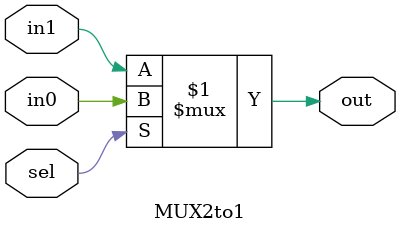
<source format=v>
`timescale 1ns/1ns
module MUX2to1( in0, in1, sel , out ) ;

input in0, in1, sel ;
output out ;

assign out = (sel) ? in0 : in1 ;

endmodule


</source>
